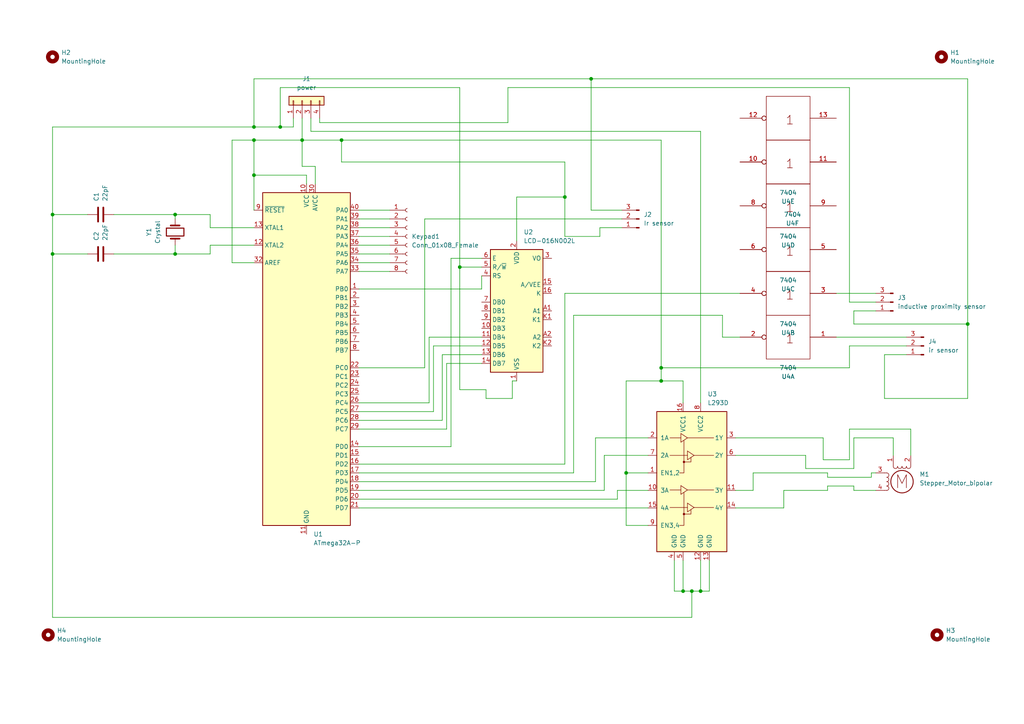
<source format=kicad_sch>
(kicad_sch (version 20211123) (generator eeschema)
  (paper "A4")
  (lib_symbols
    (symbol "74xx_IEEE:7404" (pin_names (offset 0.762))
      (property "Reference" "U" (at 5.08 7.62 0))
      (property "Value" "7404" (at 3.81 -8.89 0))
      (symbol "7404_0_0"
        (text "1" (at -0.508 0.508 0) (effects (font (size 2.54 2.54))))
      )
      (symbol "7404_0_1"
        (rectangle (start -6.35 6.35) (end 6.35 -6.35))
        (pin power_in line (at 0 6.35 270) (length 0) hide (name "Vcc") (number "14"))
        (pin power_in line (at 0 -6.35 90) (length 0) hide (name "Gnd") (number "7"))
      )
      (symbol "7404_1_1"
        (pin input line (at -13.97 0 0) (length 7.62) (name "~") (number "1"))
        (pin input inverted (at 13.97 0 180) (length 7.62) (name "~") (number "2"))
      )
      (symbol "7404_2_1"
        (pin input line (at -13.97 0 0) (length 7.62) (name "~") (number "3"))
        (pin input inverted (at 13.97 0 180) (length 7.62) (name "~") (number "4"))
      )
      (symbol "7404_3_1"
        (pin input line (at -13.97 0 0) (length 7.62) (name "~") (number "5"))
        (pin input inverted (at 13.97 0 180) (length 7.62) (name "~") (number "6"))
      )
      (symbol "7404_4_1"
        (pin input inverted (at 13.97 0 180) (length 7.62) (name "~") (number "8"))
        (pin input line (at -13.97 0 0) (length 7.62) (name "~") (number "9"))
      )
      (symbol "7404_5_1"
        (pin input inverted (at 13.97 0 180) (length 7.62) (name "~") (number "10"))
        (pin input line (at -13.97 0 0) (length 7.62) (name "~") (number "11"))
      )
      (symbol "7404_6_1"
        (pin input inverted (at 13.97 0 180) (length 7.62) (name "~") (number "12"))
        (pin input line (at -13.97 0 0) (length 7.62) (name "~") (number "13"))
      )
    )
    (symbol "Connector:Conn_01x03_Male" (pin_names (offset 1.016) hide)
      (property "Reference" "J" (at 0 5.08 0))
      (property "Value" "Conn_01x03_Male" (at 0 -5.08 0))
      (symbol "Conn_01x03_Male_1_1"
        (polyline (pts (xy 1.27 -2.54) (xy 0.8636 -2.54)) (stroke (width 0.1524)))
        (polyline (pts (xy 1.27 0) (xy 0.8636 0)) (stroke (width 0.1524)))
        (polyline (pts (xy 1.27 2.54) (xy 0.8636 2.54)) (stroke (width 0.1524)))
        (rectangle (start 0.8636 -2.413) (end 0 -2.667) (stroke (width 0.1524)) (fill (type outline)))
        (rectangle (start 0.8636 0.127) (end 0 -0.127) (stroke (width 0.1524)) (fill (type outline)))
        (rectangle (start 0.8636 2.667) (end 0 2.413) (stroke (width 0.1524)) (fill (type outline)))
        (pin passive line (at 5.08 2.54 180) (length 3.81) (name "Pin_1") (number "1"))
        (pin passive line (at 5.08 0 180) (length 3.81) (name "Pin_2") (number "2"))
        (pin passive line (at 5.08 -2.54 180) (length 3.81) (name "Pin_3") (number "3"))
      )
    )
    (symbol "Connector:Conn_01x08_Female" (pin_names (offset 1.016) hide)
      (property "Reference" "J" (at 0 10.16 0))
      (property "Value" "Conn_01x08_Female" (at 0 -12.7 0))
      (symbol "Conn_01x08_Female_1_1"
        (arc (start 0 -9.652) (mid -0.508 -10.16) (end 0 -10.668) (stroke (width 0.1524)))
        (arc (start 0 -7.112) (mid -0.508 -7.62) (end 0 -8.128) (stroke (width 0.1524)))
        (arc (start 0 -4.572) (mid -0.508 -5.08) (end 0 -5.588) (stroke (width 0.1524)))
        (arc (start 0 -2.032) (mid -0.508 -2.54) (end 0 -3.048) (stroke (width 0.1524)))
        (polyline (pts (xy -1.27 -10.16) (xy -0.508 -10.16)) (stroke (width 0.1524)))
        (polyline (pts (xy -1.27 -7.62) (xy -0.508 -7.62)) (stroke (width 0.1524)))
        (polyline (pts (xy -1.27 -5.08) (xy -0.508 -5.08)) (stroke (width 0.1524)))
        (polyline (pts (xy -1.27 -2.54) (xy -0.508 -2.54)) (stroke (width 0.1524)))
        (polyline (pts (xy -1.27 0) (xy -0.508 0)) (stroke (width 0.1524)))
        (polyline (pts (xy -1.27 2.54) (xy -0.508 2.54)) (stroke (width 0.1524)))
        (polyline (pts (xy -1.27 5.08) (xy -0.508 5.08)) (stroke (width 0.1524)))
        (polyline (pts (xy -1.27 7.62) (xy -0.508 7.62)) (stroke (width 0.1524)))
        (arc (start 0 0.508) (mid -0.508 0) (end 0 -0.508) (stroke (width 0.1524)))
        (arc (start 0 3.048) (mid -0.508 2.54) (end 0 2.032) (stroke (width 0.1524)))
        (arc (start 0 5.588) (mid -0.508 5.08) (end 0 4.572) (stroke (width 0.1524)))
        (arc (start 0 8.128) (mid -0.508 7.62) (end 0 7.112) (stroke (width 0.1524)))
        (pin passive line (at -5.08 7.62 0) (length 3.81) (name "Pin_1") (number "1"))
        (pin passive line (at -5.08 5.08 0) (length 3.81) (name "Pin_2") (number "2"))
        (pin passive line (at -5.08 2.54 0) (length 3.81) (name "Pin_3") (number "3"))
        (pin passive line (at -5.08 0 0) (length 3.81) (name "Pin_4") (number "4"))
        (pin passive line (at -5.08 -2.54 0) (length 3.81) (name "Pin_5") (number "5"))
        (pin passive line (at -5.08 -5.08 0) (length 3.81) (name "Pin_6") (number "6"))
        (pin passive line (at -5.08 -7.62 0) (length 3.81) (name "Pin_7") (number "7"))
        (pin passive line (at -5.08 -10.16 0) (length 3.81) (name "Pin_8") (number "8"))
      )
    )
    (symbol "Connector_Generic:Conn_01x04" (pin_names (offset 1.016) hide)
      (property "Reference" "J" (at 0 5.08 0))
      (property "Value" "Conn_01x04" (at 0 -7.62 0))
      (symbol "Conn_01x04_1_1"
        (rectangle (start -1.27 -4.953) (end 0 -5.207) (stroke (width 0.1524)))
        (rectangle (start -1.27 -2.413) (end 0 -2.667) (stroke (width 0.1524)))
        (rectangle (start -1.27 0.127) (end 0 -0.127) (stroke (width 0.1524)))
        (rectangle (start -1.27 2.667) (end 0 2.413) (stroke (width 0.1524)))
        (rectangle (start -1.27 3.81) (end 1.27 -6.35) (stroke (width 0.254)) (fill (type background)))
        (pin passive line (at -5.08 2.54 0) (length 3.81) (name "Pin_1") (number "1"))
        (pin passive line (at -5.08 0 0) (length 3.81) (name "Pin_2") (number "2"))
        (pin passive line (at -5.08 -2.54 0) (length 3.81) (name "Pin_3") (number "3"))
        (pin passive line (at -5.08 -5.08 0) (length 3.81) (name "Pin_4") (number "4"))
      )
    )
    (symbol "Device:C" (pin_numbers hide) (pin_names (offset 0.254))
      (property "Reference" "C" (at 0.635 2.54 0))
      (property "Value" "C" (at 0.635 -2.54 0))
      (symbol "C_0_1"
        (polyline (pts (xy -2.032 -0.762) (xy 2.032 -0.762)) (stroke (width 0.508)))
        (polyline (pts (xy -2.032 0.762) (xy 2.032 0.762)) (stroke (width 0.508)))
      )
      (symbol "C_1_1"
        (pin passive line (at 0 3.81 270) (length 2.794) (name "~") (number "1"))
        (pin passive line (at 0 -3.81 90) (length 2.794) (name "~") (number "2"))
      )
    )
    (symbol "Device:Crystal" (pin_numbers hide) (pin_names (offset 1.016) hide)
      (property "Reference" "Y" (at 0 3.81 0))
      (property "Value" "Crystal" (at 0 -3.81 0))
      (symbol "Crystal_0_1"
        (rectangle (start -1.143 2.54) (end 1.143 -2.54) (stroke (width 0.3048)))
        (polyline (pts (xy -2.54 0) (xy -1.905 0)))
        (polyline (pts (xy -1.905 -1.27) (xy -1.905 1.27)) (stroke (width 0.508)))
        (polyline (pts (xy 1.905 -1.27) (xy 1.905 1.27)) (stroke (width 0.508)))
        (polyline (pts (xy 2.54 0) (xy 1.905 0)))
      )
      (symbol "Crystal_1_1"
        (pin passive line (at -3.81 0 0) (length 1.27) (name "1") (number "1"))
        (pin passive line (at 3.81 0 180) (length 1.27) (name "2") (number "2"))
      )
    )
    (symbol "Display_Character:LCD-016N002L"
      (property "Reference" "U" (at -6.35 18.796 0))
      (property "Value" "LCD-016N002L" (at 8.636 18.796 0))
      (symbol "LCD-016N002L_1_1"
        (rectangle (start -7.62 17.78) (end 7.62 -17.78) (stroke (width 0.254)) (fill (type background)))
        (pin power_in line (at 0 -20.32 90) (length 2.54) (name "VSS") (number "1"))
        (pin bidirectional line (at -10.16 -5.08 0) (length 2.54) (name "DB3") (number "10"))
        (pin bidirectional line (at -10.16 -7.62 0) (length 2.54) (name "DB4") (number "11"))
        (pin bidirectional line (at -10.16 -10.16 0) (length 2.54) (name "DB5") (number "12"))
        (pin bidirectional line (at -10.16 -12.7 0) (length 2.54) (name "DB6") (number "13"))
        (pin bidirectional line (at -10.16 -15.24 0) (length 2.54) (name "DB7") (number "14"))
        (pin power_in line (at 10.16 7.62 180) (length 2.54) (name "A/VEE") (number "15"))
        (pin power_in line (at 10.16 5.08 180) (length 2.54) (name "K") (number "16"))
        (pin power_in line (at 0 20.32 270) (length 2.54) (name "VDD") (number "2"))
        (pin input line (at 10.16 15.24 180) (length 2.54) (name "VO") (number "3"))
        (pin input line (at -10.16 10.16 0) (length 2.54) (name "RS") (number "4"))
        (pin input line (at -10.16 12.7 0) (length 2.54) (name "R/~{W}") (number "5"))
        (pin input line (at -10.16 15.24 0) (length 2.54) (name "E") (number "6"))
        (pin bidirectional line (at -10.16 2.54 0) (length 2.54) (name "DB0") (number "7"))
        (pin bidirectional line (at -10.16 0 0) (length 2.54) (name "DB1") (number "8"))
        (pin bidirectional line (at -10.16 -2.54 0) (length 2.54) (name "DB2") (number "9"))
        (pin power_in line (at 10.16 0 180) (length 2.54) (name "A1") (number "A1"))
        (pin power_in line (at 10.16 -7.62 180) (length 2.54) (name "A2") (number "A2"))
        (pin power_in line (at 10.16 -2.54 180) (length 2.54) (name "K1") (number "K1"))
        (pin power_in line (at 10.16 -10.16 180) (length 2.54) (name "K2") (number "K2"))
      )
    )
    (symbol "Driver_Motor:L293D" (pin_names (offset 1.016))
      (property "Reference" "U" (at -5.08 26.035 0))
      (property "Value" "L293D" (at -5.08 24.13 0))
      (symbol "L293D_0_1"
        (rectangle (start -10.16 22.86) (end 10.16 -17.78) (stroke (width 0.254)) (fill (type background)))
        (circle (center -2.286 -6.858) (radius 0.254) (fill (type outline)))
        (circle (center -2.286 8.255) (radius 0.254) (fill (type outline)))
        (polyline (pts (xy -6.35 -4.953) (xy -1.27 -4.953)))
        (polyline (pts (xy -6.35 0.127) (xy -3.175 0.127)))
        (polyline (pts (xy -6.35 10.16) (xy -1.27 10.16)))
        (polyline (pts (xy -6.35 15.24) (xy -3.175 15.24)))
        (polyline (pts (xy -1.27 0.127) (xy 6.35 0.127)))
        (polyline (pts (xy -1.27 15.24) (xy 6.35 15.24)))
        (polyline (pts (xy 0.635 -4.953) (xy 6.35 -4.953)))
        (polyline (pts (xy 0.635 10.16) (xy 6.35 10.16)))
        (polyline (pts (xy -2.286 -6.858) (xy -0.254 -6.858) (xy -0.254 -5.588)))
        (polyline (pts (xy -2.286 -0.635) (xy -2.286 -10.16) (xy -3.556 -10.16)))
        (polyline (pts (xy -2.286 8.255) (xy -0.254 8.255) (xy -0.254 9.525)))
        (polyline (pts (xy -2.286 14.478) (xy -2.286 5.08) (xy -3.556 5.08)))
        (polyline (pts (xy -3.175 1.397) (xy -3.175 -1.143) (xy -1.27 0.127) (xy -3.175 1.397)))
        (polyline (pts (xy -3.175 16.51) (xy -3.175 13.97) (xy -1.27 15.24) (xy -3.175 16.51)))
        (polyline (pts (xy -1.27 -3.683) (xy -1.27 -6.223) (xy 0.635 -4.953) (xy -1.27 -3.683)))
        (polyline (pts (xy -1.27 11.43) (xy -1.27 8.89) (xy 0.635 10.16) (xy -1.27 11.43)))
      )
      (symbol "L293D_1_1"
        (pin input line (at -12.7 5.08 0) (length 2.54) (name "EN1,2") (number "1"))
        (pin input line (at -12.7 0 0) (length 2.54) (name "3A") (number "10"))
        (pin output line (at 12.7 0 180) (length 2.54) (name "3Y") (number "11"))
        (pin power_in line (at 2.54 -20.32 90) (length 2.54) (name "GND") (number "12"))
        (pin power_in line (at 5.08 -20.32 90) (length 2.54) (name "GND") (number "13"))
        (pin output line (at 12.7 -5.08 180) (length 2.54) (name "4Y") (number "14"))
        (pin input line (at -12.7 -5.08 0) (length 2.54) (name "4A") (number "15"))
        (pin power_in line (at -2.54 25.4 270) (length 2.54) (name "VCC1") (number "16"))
        (pin input line (at -12.7 15.24 0) (length 2.54) (name "1A") (number "2"))
        (pin output line (at 12.7 15.24 180) (length 2.54) (name "1Y") (number "3"))
        (pin power_in line (at -5.08 -20.32 90) (length 2.54) (name "GND") (number "4"))
        (pin power_in line (at -2.54 -20.32 90) (length 2.54) (name "GND") (number "5"))
        (pin output line (at 12.7 10.16 180) (length 2.54) (name "2Y") (number "6"))
        (pin input line (at -12.7 10.16 0) (length 2.54) (name "2A") (number "7"))
        (pin power_in line (at 2.54 25.4 270) (length 2.54) (name "VCC2") (number "8"))
        (pin input line (at -12.7 -10.16 0) (length 2.54) (name "EN3,4") (number "9"))
      )
    )
    (symbol "MCU_Microchip_ATmega:ATmega32A-P"
      (property "Reference" "U" (at -12.7 49.53 0))
      (property "Value" "ATmega32A-P" (at 2.54 -49.53 0))
      (symbol "ATmega32A-P_0_1"
        (rectangle (start -12.7 -48.26) (end 12.7 48.26) (stroke (width 0.254)) (fill (type background)))
      )
      (symbol "ATmega32A-P_1_1"
        (pin bidirectional line (at 15.24 20.32 180) (length 2.54) (name "PB0") (number "1"))
        (pin power_in line (at 0 50.8 270) (length 2.54) (name "VCC") (number "10"))
        (pin power_in line (at 0 -50.8 90) (length 2.54) (name "GND") (number "11"))
        (pin output line (at -15.24 33.02 0) (length 2.54) (name "XTAL2") (number "12"))
        (pin input line (at -15.24 38.1 0) (length 2.54) (name "XTAL1") (number "13"))
        (pin bidirectional line (at 15.24 -25.4 180) (length 2.54) (name "PD0") (number "14"))
        (pin bidirectional line (at 15.24 -27.94 180) (length 2.54) (name "PD1") (number "15"))
        (pin bidirectional line (at 15.24 -30.48 180) (length 2.54) (name "PD2") (number "16"))
        (pin bidirectional line (at 15.24 -33.02 180) (length 2.54) (name "PD3") (number "17"))
        (pin bidirectional line (at 15.24 -35.56 180) (length 2.54) (name "PD4") (number "18"))
        (pin bidirectional line (at 15.24 -38.1 180) (length 2.54) (name "PD5") (number "19"))
        (pin bidirectional line (at 15.24 17.78 180) (length 2.54) (name "PB1") (number "2"))
        (pin bidirectional line (at 15.24 -40.64 180) (length 2.54) (name "PD6") (number "20"))
        (pin bidirectional line (at 15.24 -43.18 180) (length 2.54) (name "PD7") (number "21"))
        (pin bidirectional line (at 15.24 -2.54 180) (length 2.54) (name "PC0") (number "22"))
        (pin bidirectional line (at 15.24 -5.08 180) (length 2.54) (name "PC1") (number "23"))
        (pin bidirectional line (at 15.24 -7.62 180) (length 2.54) (name "PC2") (number "24"))
        (pin bidirectional line (at 15.24 -10.16 180) (length 2.54) (name "PC3") (number "25"))
        (pin bidirectional line (at 15.24 -12.7 180) (length 2.54) (name "PC4") (number "26"))
        (pin bidirectional line (at 15.24 -15.24 180) (length 2.54) (name "PC5") (number "27"))
        (pin bidirectional line (at 15.24 -17.78 180) (length 2.54) (name "PC6") (number "28"))
        (pin bidirectional line (at 15.24 -20.32 180) (length 2.54) (name "PC7") (number "29"))
        (pin bidirectional line (at 15.24 15.24 180) (length 2.54) (name "PB2") (number "3"))
        (pin power_in line (at 2.54 50.8 270) (length 2.54) (name "AVCC") (number "30"))
        (pin passive line (at 0 -50.8 90) (length 2.54) hide (name "GND") (number "31"))
        (pin passive line (at -15.24 27.94 0) (length 2.54) (name "AREF") (number "32"))
        (pin bidirectional line (at 15.24 25.4 180) (length 2.54) (name "PA7") (number "33"))
        (pin bidirectional line (at 15.24 27.94 180) (length 2.54) (name "PA6") (number "34"))
        (pin bidirectional line (at 15.24 30.48 180) (length 2.54) (name "PA5") (number "35"))
        (pin bidirectional line (at 15.24 33.02 180) (length 2.54) (name "PA4") (number "36"))
        (pin bidirectional line (at 15.24 35.56 180) (length 2.54) (name "PA3") (number "37"))
        (pin bidirectional line (at 15.24 38.1 180) (length 2.54) (name "PA2") (number "38"))
        (pin bidirectional line (at 15.24 40.64 180) (length 2.54) (name "PA1") (number "39"))
        (pin bidirectional line (at 15.24 12.7 180) (length 2.54) (name "PB3") (number "4"))
        (pin bidirectional line (at 15.24 43.18 180) (length 2.54) (name "PA0") (number "40"))
        (pin bidirectional line (at 15.24 10.16 180) (length 2.54) (name "PB4") (number "5"))
        (pin bidirectional line (at 15.24 7.62 180) (length 2.54) (name "PB5") (number "6"))
        (pin bidirectional line (at 15.24 5.08 180) (length 2.54) (name "PB6") (number "7"))
        (pin bidirectional line (at 15.24 2.54 180) (length 2.54) (name "PB7") (number "8"))
        (pin input line (at -15.24 43.18 0) (length 2.54) (name "~{RESET}") (number "9"))
      )
    )
    (symbol "Mechanical:MountingHole" (pin_names (offset 1.016))
      (property "Reference" "H" (at 0 5.08 0))
      (property "Value" "MountingHole" (at 0 3.175 0))
      (symbol "MountingHole_0_1"
        (circle (center 0 0) (radius 1.27) (stroke (width 1.27)))
      )
    )
    (symbol "Motor:Stepper_Motor_bipolar" (pin_names (offset 0) hide)
      (property "Reference" "M" (at 3.81 2.54 0))
      (property "Value" "Stepper_Motor_bipolar" (at 3.81 1.27 0))
      (symbol "Stepper_Motor_bipolar_0_0"
        (polyline (pts (xy -1.27 -1.778) (xy -1.27 2.032) (xy 0 -0.508) (xy 1.27 2.032) (xy 1.27 -1.778)))
      )
      (symbol "Stepper_Motor_bipolar_0_1"
        (arc (start -4.445 -2.54) (mid -3.81 -1.905) (end -4.445 -1.27))
        (arc (start -4.445 -1.27) (mid -3.81 -0.635) (end -4.445 0))
        (arc (start -4.445 0) (mid -3.81 0.635) (end -4.445 1.27))
        (arc (start -4.445 1.27) (mid -3.81 1.905) (end -4.445 2.54))
        (arc (start -2.54 4.445) (mid -1.905 3.81) (end -1.27 4.445))
        (arc (start -1.27 4.445) (mid -0.635 3.81) (end 0 4.445))
        (polyline (pts (xy -5.08 -2.54) (xy -4.445 -2.54)))
        (polyline (pts (xy -5.08 2.54) (xy -4.445 2.54)))
        (polyline (pts (xy -2.54 5.08) (xy -2.54 4.445)))
        (polyline (pts (xy 2.54 5.08) (xy 2.54 4.445)))
        (circle (center 0 0) (radius 3.2512) (stroke (width 0.254)))
        (arc (start 0 4.445) (mid 0.635 3.81) (end 1.27 4.445))
        (arc (start 1.27 4.445) (mid 1.905 3.81) (end 2.54 4.445))
      )
      (symbol "Stepper_Motor_bipolar_1_1"
        (pin passive line (at -2.54 7.62 270) (length 2.54) (name "~") (number "1"))
        (pin passive line (at 2.54 7.62 270) (length 2.54) (name "-") (number "2"))
        (pin passive line (at -7.62 2.54 0) (length 2.54) (name "~") (number "3"))
        (pin passive line (at -7.62 -2.54 0) (length 2.54) (name "~") (number "4"))
      )
    )
  )
  (junction (at 203.2 171.45))
  (junction (at 163.83 57.15))
  (junction (at 191.77 110.49))
  (junction (at 191.77 106.68))
  (junction (at 171.45 22.86))
  (junction (at 99.06 40.64))
  (junction (at 181.61 137.16))
  (junction (at 15.24 62.23))
  (junction (at 81.28 36.83))
  (junction (at 280.67 93.98))
  (junction (at 73.66 50.8))
  (junction (at 50.8 62.23))
  (junction (at 73.66 36.83))
  (junction (at 73.66 40.64))
  (junction (at 133.35 77.47))
  (junction (at 200.66 171.45))
  (junction (at 87.63 40.64))
  (junction (at 50.8 73.66))
  (junction (at 198.12 171.45))
  (junction (at 15.24 73.66))
  (wire (pts (xy 99.06 40.64) (xy 87.63 40.64)))
  (wire (pts (xy 262.89 102.87) (xy 256.54 102.87)))
  (wire (pts (xy 60.96 71.12) (xy 73.66 71.12)))
  (wire (pts (xy 67.31 76.2) (xy 73.66 76.2)))
  (wire (pts (xy 60.96 66.04) (xy 60.96 62.23)))
  (wire (pts (xy 187.96 137.16) (xy 181.61 137.16)))
  (wire (pts (xy 104.14 144.78) (xy 179.07 144.78)))
  (wire (pts (xy 264.16 124.46) (xy 264.16 132.08)))
  (wire (pts (xy 139.7 77.47) (xy 133.35 77.47)))
  (wire (pts (xy 173.99 68.58) (xy 163.83 68.58)))
  (wire (pts (xy 242.57 97.79) (xy 262.89 97.79)))
  (wire (pts (xy 73.66 50.8) (xy 88.9 50.8)))
  (wire (pts (xy 139.7 74.93) (xy 130.81 74.93)))
  (wire (pts (xy 129.54 124.46) (xy 129.54 105.41)))
  (wire (pts (xy 123.19 63.5) (xy 180.34 63.5)))
  (wire (pts (xy 140.97 115.57) (xy 148.59 115.57)))
  (wire (pts (xy 147.32 25.4) (xy 147.32 35.56)))
  (wire (pts (xy 133.35 77.47) (xy 133.35 113.03)))
  (wire (pts (xy 247.65 93.98) (xy 280.67 93.98)))
  (wire (pts (xy 163.83 57.15) (xy 163.83 46.99)))
  (wire (pts (xy 15.24 179.07) (xy 200.66 179.07)))
  (wire (pts (xy 129.54 105.41) (xy 139.7 105.41)))
  (wire (pts (xy 50.8 73.66) (xy 60.96 73.66)))
  (wire (pts (xy 147.32 35.56) (xy 92.71 35.56)))
  (wire (pts (xy 180.34 66.04) (xy 173.99 66.04)))
  (wire (pts (xy 124.46 97.79) (xy 139.7 97.79)))
  (wire (pts (xy 209.55 97.79) (xy 214.63 97.79)))
  (wire (pts (xy 195.58 162.56) (xy 195.58 171.45)))
  (wire (pts (xy 104.14 139.7) (xy 172.72 139.7)))
  (wire (pts (xy 246.38 133.35) (xy 246.38 124.46)))
  (wire (pts (xy 81.28 25.4) (xy 81.28 36.83)))
  (wire (pts (xy 213.36 132.08) (xy 233.68 132.08)))
  (wire (pts (xy 238.76 127) (xy 238.76 133.35)))
  (wire (pts (xy 259.08 127) (xy 259.08 132.08)))
  (wire (pts (xy 191.77 110.49) (xy 198.12 110.49)))
  (wire (pts (xy 125.73 119.38) (xy 125.73 100.33)))
  (wire (pts (xy 246.38 106.68) (xy 246.38 100.33)))
  (wire (pts (xy 50.8 62.23) (xy 50.8 63.5)))
  (wire (pts (xy 33.02 62.23) (xy 50.8 62.23)))
  (wire (pts (xy 280.67 22.86) (xy 171.45 22.86)))
  (wire (pts (xy 99.06 40.64) (xy 99.06 46.99)))
  (wire (pts (xy 123.19 63.5) (xy 123.19 106.68)))
  (wire (pts (xy 246.38 25.4) (xy 147.32 25.4)))
  (wire (pts (xy 87.63 48.26) (xy 91.44 48.26)))
  (wire (pts (xy 104.14 68.58) (xy 113.03 68.58)))
  (wire (pts (xy 163.83 57.15) (xy 149.86 57.15)))
  (wire (pts (xy 213.36 142.24) (xy 218.44 142.24)))
  (wire (pts (xy 67.31 40.64) (xy 73.66 40.64)))
  (wire (pts (xy 191.77 40.64) (xy 99.06 40.64)))
  (wire (pts (xy 209.55 91.44) (xy 209.55 97.79)))
  (wire (pts (xy 198.12 110.49) (xy 198.12 116.84)))
  (wire (pts (xy 203.2 171.45) (xy 205.74 171.45)))
  (wire (pts (xy 133.35 113.03) (xy 140.97 113.03)))
  (wire (pts (xy 254 90.17) (xy 247.65 90.17)))
  (wire (pts (xy 87.63 40.64) (xy 87.63 48.26)))
  (wire (pts (xy 233.68 135.89) (xy 247.65 135.89)))
  (wire (pts (xy 15.24 36.83) (xy 73.66 36.83)))
  (wire (pts (xy 15.24 179.07) (xy 15.24 73.66)))
  (wire (pts (xy 203.2 162.56) (xy 203.2 171.45)))
  (wire (pts (xy 104.14 60.96) (xy 113.03 60.96)))
  (wire (pts (xy 104.14 83.82) (xy 139.7 83.82)))
  (wire (pts (xy 104.14 137.16) (xy 166.37 137.16)))
  (wire (pts (xy 67.31 40.64) (xy 67.31 76.2)))
  (wire (pts (xy 15.24 62.23) (xy 15.24 36.83)))
  (wire (pts (xy 233.68 132.08) (xy 233.68 135.89)))
  (wire (pts (xy 227.33 147.32) (xy 227.33 142.24)))
  (wire (pts (xy 218.44 142.24) (xy 218.44 137.16)))
  (wire (pts (xy 203.2 38.1) (xy 203.2 116.84)))
  (wire (pts (xy 200.66 171.45) (xy 203.2 171.45)))
  (wire (pts (xy 90.17 34.29) (xy 90.17 38.1)))
  (wire (pts (xy 104.14 78.74) (xy 113.03 78.74)))
  (wire (pts (xy 240.03 137.16) (xy 240.03 138.43)))
  (wire (pts (xy 73.66 22.86) (xy 73.66 36.83)))
  (wire (pts (xy 81.28 36.83) (xy 85.09 36.83)))
  (wire (pts (xy 247.65 135.89) (xy 247.65 127)))
  (wire (pts (xy 256.54 115.57) (xy 280.67 115.57)))
  (wire (pts (xy 15.24 73.66) (xy 25.4 73.66)))
  (wire (pts (xy 175.26 132.08) (xy 187.96 132.08)))
  (wire (pts (xy 148.59 110.49) (xy 149.86 110.49)))
  (wire (pts (xy 128.27 102.87) (xy 139.7 102.87)))
  (wire (pts (xy 195.58 171.45) (xy 198.12 171.45)))
  (wire (pts (xy 240.03 142.24) (xy 240.03 140.97)))
  (wire (pts (xy 104.14 147.32) (xy 187.96 147.32)))
  (wire (pts (xy 73.66 36.83) (xy 81.28 36.83)))
  (wire (pts (xy 104.14 119.38) (xy 125.73 119.38)))
  (wire (pts (xy 104.14 73.66) (xy 113.03 73.66)))
  (wire (pts (xy 246.38 100.33) (xy 262.89 100.33)))
  (wire (pts (xy 85.09 34.29) (xy 85.09 36.83)))
  (wire (pts (xy 133.35 25.4) (xy 133.35 77.47)))
  (wire (pts (xy 60.96 66.04) (xy 73.66 66.04)))
  (wire (pts (xy 125.73 100.33) (xy 139.7 100.33)))
  (wire (pts (xy 218.44 137.16) (xy 240.03 137.16)))
  (wire (pts (xy 252.73 137.16) (xy 254 137.16)))
  (wire (pts (xy 104.14 66.04) (xy 113.03 66.04)))
  (wire (pts (xy 87.63 34.29) (xy 87.63 40.64)))
  (wire (pts (xy 104.14 106.68) (xy 123.19 106.68)))
  (wire (pts (xy 198.12 171.45) (xy 200.66 171.45)))
  (wire (pts (xy 181.61 137.16) (xy 181.61 152.4)))
  (wire (pts (xy 246.38 87.63) (xy 246.38 25.4)))
  (wire (pts (xy 240.03 140.97) (xy 247.65 140.97)))
  (wire (pts (xy 181.61 152.4) (xy 187.96 152.4)))
  (wire (pts (xy 92.71 35.56) (xy 92.71 34.29)))
  (wire (pts (xy 104.14 116.84) (xy 124.46 116.84)))
  (wire (pts (xy 104.14 121.92) (xy 128.27 121.92)))
  (wire (pts (xy 254 87.63) (xy 246.38 87.63)))
  (wire (pts (xy 88.9 53.34) (xy 88.9 50.8)))
  (wire (pts (xy 104.14 124.46) (xy 129.54 124.46)))
  (wire (pts (xy 172.72 139.7) (xy 172.72 127)))
  (wire (pts (xy 252.73 138.43) (xy 252.73 137.16)))
  (wire (pts (xy 200.66 171.45) (xy 200.66 179.07)))
  (wire (pts (xy 240.03 138.43) (xy 252.73 138.43)))
  (wire (pts (xy 256.54 102.87) (xy 256.54 115.57)))
  (wire (pts (xy 128.27 121.92) (xy 128.27 102.87)))
  (wire (pts (xy 104.14 129.54) (xy 130.81 129.54)))
  (wire (pts (xy 73.66 40.64) (xy 73.66 50.8)))
  (wire (pts (xy 25.4 62.23) (xy 15.24 62.23)))
  (wire (pts (xy 191.77 106.68) (xy 246.38 106.68)))
  (wire (pts (xy 163.83 68.58) (xy 163.83 57.15)))
  (wire (pts (xy 247.65 90.17) (xy 247.65 93.98)))
  (wire (pts (xy 139.7 80.01) (xy 139.7 83.82)))
  (wire (pts (xy 104.14 63.5) (xy 113.03 63.5)))
  (wire (pts (xy 140.97 113.03) (xy 140.97 115.57)))
  (wire (pts (xy 33.02 73.66) (xy 50.8 73.66)))
  (wire (pts (xy 238.76 133.35) (xy 246.38 133.35)))
  (wire (pts (xy 90.17 38.1) (xy 203.2 38.1)))
  (wire (pts (xy 104.14 134.62) (xy 163.83 134.62)))
  (wire (pts (xy 171.45 22.86) (xy 171.45 60.96)))
  (wire (pts (xy 171.45 22.86) (xy 73.66 22.86)))
  (wire (pts (xy 175.26 142.24) (xy 175.26 132.08)))
  (wire (pts (xy 280.67 93.98) (xy 280.67 22.86)))
  (wire (pts (xy 124.46 116.84) (xy 124.46 97.79)))
  (wire (pts (xy 133.35 25.4) (xy 81.28 25.4)))
  (wire (pts (xy 181.61 110.49) (xy 191.77 110.49)))
  (wire (pts (xy 246.38 124.46) (xy 264.16 124.46)))
  (wire (pts (xy 242.57 85.09) (xy 254 85.09)))
  (wire (pts (xy 173.99 66.04) (xy 173.99 68.58)))
  (wire (pts (xy 50.8 71.12) (xy 50.8 73.66)))
  (wire (pts (xy 247.65 127) (xy 259.08 127)))
  (wire (pts (xy 73.66 40.64) (xy 87.63 40.64)))
  (wire (pts (xy 181.61 137.16) (xy 181.61 110.49)))
  (wire (pts (xy 280.67 115.57) (xy 280.67 93.98)))
  (wire (pts (xy 148.59 115.57) (xy 148.59 110.49)))
  (wire (pts (xy 15.24 62.23) (xy 15.24 73.66)))
  (wire (pts (xy 163.83 46.99) (xy 99.06 46.99)))
  (wire (pts (xy 104.14 71.12) (xy 113.03 71.12)))
  (wire (pts (xy 247.65 140.97) (xy 247.65 142.24)))
  (wire (pts (xy 60.96 73.66) (xy 60.96 71.12)))
  (wire (pts (xy 191.77 40.64) (xy 191.77 106.68)))
  (wire (pts (xy 163.83 85.09) (xy 214.63 85.09)))
  (wire (pts (xy 73.66 50.8) (xy 73.66 60.96)))
  (wire (pts (xy 166.37 91.44) (xy 209.55 91.44)))
  (wire (pts (xy 191.77 106.68) (xy 191.77 110.49)))
  (wire (pts (xy 247.65 142.24) (xy 254 142.24)))
  (wire (pts (xy 213.36 127) (xy 238.76 127)))
  (wire (pts (xy 166.37 137.16) (xy 166.37 91.44)))
  (wire (pts (xy 104.14 76.2) (xy 113.03 76.2)))
  (wire (pts (xy 213.36 147.32) (xy 227.33 147.32)))
  (wire (pts (xy 227.33 142.24) (xy 240.03 142.24)))
  (wire (pts (xy 149.86 57.15) (xy 149.86 69.85)))
  (wire (pts (xy 171.45 60.96) (xy 180.34 60.96)))
  (wire (pts (xy 104.14 142.24) (xy 175.26 142.24)))
  (wire (pts (xy 179.07 142.24) (xy 187.96 142.24)))
  (wire (pts (xy 198.12 162.56) (xy 198.12 171.45)))
  (wire (pts (xy 172.72 127) (xy 187.96 127)))
  (wire (pts (xy 163.83 134.62) (xy 163.83 85.09)))
  (wire (pts (xy 179.07 144.78) (xy 179.07 142.24)))
  (wire (pts (xy 130.81 74.93) (xy 130.81 129.54)))
  (wire (pts (xy 205.74 162.56) (xy 205.74 171.45)))
  (wire (pts (xy 60.96 62.23) (xy 50.8 62.23)))
  (wire (pts (xy 91.44 48.26) (xy 91.44 53.34)))
  (symbol (lib_id "Mechanical:MountingHole") (at 13.97 184.15 0) (unit 1)
    (property "Reference" "H4" (at 16.51 182.8799 0) (effects (justify left)))
    (property "Value" "MountingHole" (at 16.51 185.4199 0) (effects (justify left)))
    (property "Footprint" "MountingHole:MountingHole_3.5mm_Pad" (effects hide))
  )
  (symbol (lib_id "Mechanical:MountingHole") (at 273.05 16.51 0) (unit 1)
    (property "Reference" "H1" (at 275.59 15.2399 0) (effects (justify left)))
    (property "Value" "MountingHole" (at 275.59 17.7799 0) (effects (justify left)))
    (property "Footprint" "MountingHole:MountingHole_3.5mm_Pad" (effects hide))
  )
  (symbol (lib_id "74xx_IEEE:7404") (at 228.6 59.69 180) (unit 4)
    (property "Reference" "U4" (at 228.6 71.12 0))
    (property "Value" "7404" (at 228.6 68.58 0))
    (property "Footprint" "Package_DIP:DIP-14_W7.62mm" (effects hide))
  )
  (symbol (lib_id "Connector_Generic:Conn_01x04") (at 87.63 29.21 90) (unit 1)
    (property "Reference" "J1" (at 88.9 22.86 90))
    (property "Value" "power" (at 88.9 25.4 90))
    (property "Footprint" "Connector_PinHeader_2.54mm:PinHeader_1x04_P2.54mm_Horizontal" (effects hide))
  )
  (symbol (lib_id "Display_Character:LCD-016N002L") (at 149.86 90.17 0) (unit 1)
    (property "Reference" "U2" (at 151.8794 67.31 0) (effects (justify left)))
    (property "Value" "LCD-016N002L" (at 151.8794 69.85 0) (effects (justify left)))
    (property "Footprint" "Display:LCD-016N002L" (effects hide))
    (property "Datasheet" "http://www.vishay.com/docs/37299/37299.pdf" (effects hide))
  )
  (symbol (lib_id "Connector:Conn_01x08_Female") (at 118.11 68.58 0) (unit 1)
    (property "Reference" "Keypad1" (at 119.38 68.5799 0) (effects (justify left)))
    (property "Value" "Conn_01x08_Female" (at 119.38 71.1199 0) (effects (justify left)))
    (property "Footprint" "Connector_PinSocket_1.27mm:PinSocket_1x08_P1.27mm_Vertical" (effects hide))
  )
  (symbol (lib_id "74xx_IEEE:7404") (at 228.6 34.29 180) (unit 6)
    (property "Reference" "U4" (at 229.87 64.77 0))
    (property "Value" "7404" (at 229.87 62.23 0))
    (property "Footprint" "Package_DIP:DIP-14_W7.62mm" (effects hide))
  )
  (symbol (lib_id "74xx_IEEE:7404") (at 228.6 46.99 180) (unit 5)
    (property "Reference" "U4" (at 228.6 58.42 0))
    (property "Value" "7404" (at 228.6 55.88 0))
    (property "Footprint" "Package_DIP:DIP-14_W7.62mm" (effects hide))
  )
  (symbol (lib_id "Device:Crystal") (at 50.8 67.31 90) (unit 1)
    (property "Reference" "Y1" (at 43.18 67.31 0))
    (property "Value" "Crystal" (at 45.72 67.31 0))
    (property "Footprint" "Crystal:Crystal_AT310_D3.0mm_L10.0mm_Vertical" (effects hide))
  )
  (symbol (lib_id "Driver_Motor:L293D") (at 200.66 142.24 0) (unit 1)
    (property "Reference" "U3" (at 205.2194 114.3 0) (effects (justify left)))
    (property "Value" "L293D" (at 205.2194 116.84 0) (effects (justify left)))
    (property "Footprint" "Package_DIP:DIP-16_W7.62mm" (effects hide))
    (property "Datasheet" "http://www.ti.com/lit/ds/symlink/l293.pdf" (effects hide))
  )
  (symbol (lib_id "74xx_IEEE:7404") (at 228.6 97.79 180) (unit 1)
    (property "Reference" "U4" (at 228.6 109.22 0))
    (property "Value" "7404" (at 228.6 106.68 0))
    (property "Footprint" "Package_DIP:DIP-14_W7.62mm" (effects hide))
  )
  (symbol (lib_id "Connector:Conn_01x03_Male") (at 185.42 63.5 180) (unit 1)
    (property "Reference" "J2" (at 186.69 62.2299 0) (effects (justify right)))
    (property "Value" "Ir sensor" (at 186.69 64.7699 0) (effects (justify right)))
    (property "Footprint" "Connector_PinSocket_1.27mm:PinSocket_1x03_P1.27mm_Vertical" (effects hide))
  )
  (symbol (lib_id "Mechanical:MountingHole") (at 271.78 184.15 0) (unit 1)
    (property "Reference" "H3" (at 274.32 182.8799 0) (effects (justify left)))
    (property "Value" "MountingHole" (at 274.32 185.4199 0) (effects (justify left)))
    (property "Footprint" "MountingHole:MountingHole_3.5mm_Pad" (effects hide))
  )
  (symbol (lib_id "74xx_IEEE:7404") (at 228.6 72.39 180) (unit 3)
    (property "Reference" "U4" (at 228.6 83.82 0))
    (property "Value" "7404" (at 228.6 81.28 0))
    (property "Footprint" "Package_DIP:DIP-14_W7.62mm" (effects hide))
  )
  (symbol (lib_id "Device:C") (at 29.21 62.23 90) (unit 1)
    (property "Reference" "C1" (at 27.9399 58.42 0) (effects (justify left)))
    (property "Value" "22pF" (at 30.4799 58.42 0) (effects (justify left)))
    (property "Footprint" "Capacitor_THT:CP_Radial_D4.0mm_P1.50mm" (effects hide))
  )
  (symbol (lib_id "Mechanical:MountingHole") (at 15.24 16.51 0) (unit 1)
    (property "Reference" "H2" (at 17.78 15.2399 0) (effects (justify left)))
    (property "Value" "MountingHole" (at 17.78 17.7799 0) (effects (justify left)))
    (property "Footprint" "MountingHole:MountingHole_3.5mm_Pad" (effects hide))
  )
  (symbol (lib_id "MCU_Microchip_ATmega:ATmega32A-P") (at 88.9 104.14 0) (unit 1)
    (property "Reference" "U1" (at 90.9194 154.94 0) (effects (justify left)))
    (property "Value" "ATmega32A-P" (at 90.9194 157.48 0) (effects (justify left)))
    (property "Footprint" "Package_DIP:DIP-40_W15.24mm" (effects hide))
    (property "Datasheet" "http://ww1.microchip.com/downloads/en/DeviceDoc/atmel-8155-8-bit-microcontroller-avr-atmega32a_datasheet.pdf" (effects hide))
  )
  (symbol (lib_id "Connector:Conn_01x03_Male") (at 259.08 87.63 180) (unit 1)
    (property "Reference" "J3" (at 260.35 86.3599 0) (effects (justify right)))
    (property "Value" "inductive proximity sensor" (at 260.35 88.8999 0) (effects (justify right)))
    (property "Footprint" "Connector_PinSocket_1.27mm:PinSocket_1x03_P1.27mm_Vertical" (effects hide))
  )
  (symbol (lib_id "Device:C") (at 29.21 73.66 90) (unit 1)
    (property "Reference" "C2" (at 27.9399 69.85 0) (effects (justify left)))
    (property "Value" "22pF" (at 30.4799 69.85 0) (effects (justify left)))
    (property "Footprint" "Capacitor_THT:CP_Radial_D4.0mm_P1.50mm" (effects hide))
  )
  (symbol (lib_id "74xx_IEEE:7404") (at 228.6 85.09 180) (unit 2)
    (property "Reference" "U4" (at 228.6 96.52 0))
    (property "Value" "7404" (at 228.6 93.98 0))
    (property "Footprint" "Package_DIP:DIP-14_W7.62mm" (effects hide))
  )
  (symbol (lib_id "Motor:Stepper_Motor_bipolar") (at 261.62 139.7 0) (unit 1)
    (property "Reference" "M1" (at 266.7 137.579 0) (effects (justify left)))
    (property "Value" "Stepper_Motor_bipolar" (at 266.7 140.119 0) (effects (justify left)))
    (property "Footprint" "Connector_PinSocket_1.27mm:PinSocket_1x04_P1.27mm_Vertical" (effects hide))
    (property "Datasheet" "http://www.infineon.com/dgdl/Application-Note-TLE8110EE_driving_UniPolarStepperMotor_V1.1.pdf?fileId=db3a30431be39b97011be5d0aa0a00b0" (effects hide))
  )
  (symbol (lib_id "Connector:Conn_01x03_Male") (at 267.97 100.33 180) (unit 1)
    (property "Reference" "J4" (at 269.24 99.0599 0) (effects (justify right)))
    (property "Value" "ir sensor" (at 269.24 101.5999 0) (effects (justify right)))
    (property "Footprint" "Connector_PinSocket_1.27mm:PinSocket_1x03_P1.27mm_Vertical" (effects hide))
  )
)
</source>
